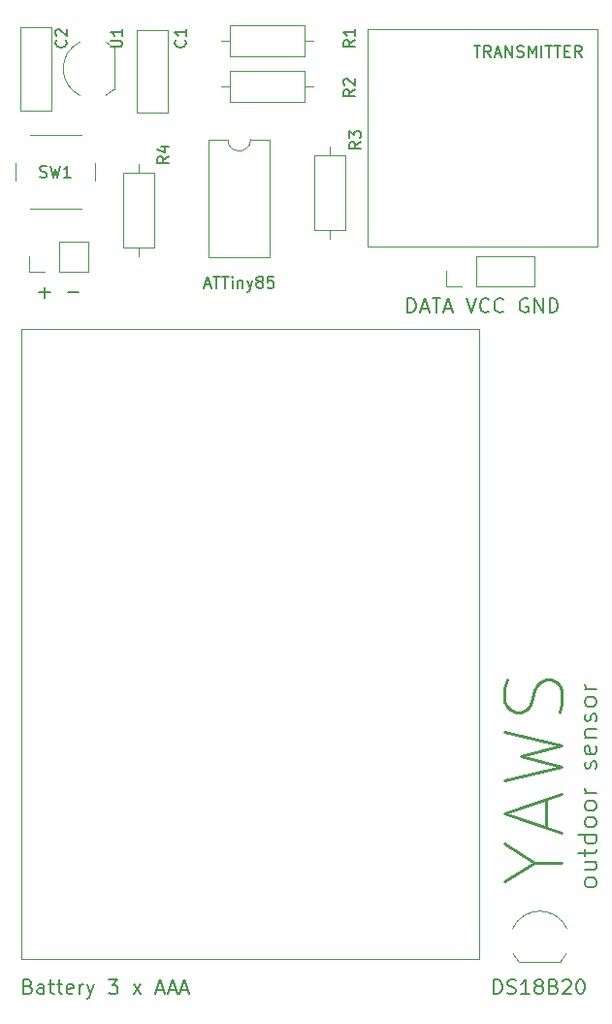
<source format=gto>
G04 #@! TF.GenerationSoftware,KiCad,Pcbnew,(5.1.9-0-10_14)*
G04 #@! TF.CreationDate,2023-01-31T12:43:28+01:00*
G04 #@! TF.ProjectId,outdoor,6f757464-6f6f-4722-9e6b-696361645f70,rev?*
G04 #@! TF.SameCoordinates,Original*
G04 #@! TF.FileFunction,Legend,Top*
G04 #@! TF.FilePolarity,Positive*
%FSLAX46Y46*%
G04 Gerber Fmt 4.6, Leading zero omitted, Abs format (unit mm)*
G04 Created by KiCad (PCBNEW (5.1.9-0-10_14)) date 2023-01-31 12:43:28*
%MOMM*%
%LPD*%
G01*
G04 APERTURE LIST*
%ADD10C,0.150000*%
%ADD11C,0.250000*%
%ADD12C,0.120000*%
G04 APERTURE END LIST*
D10*
X95973809Y-156577238D02*
X95897619Y-156729619D01*
X95821428Y-156805809D01*
X95669047Y-156882000D01*
X95211904Y-156882000D01*
X95059523Y-156805809D01*
X94983333Y-156729619D01*
X94907142Y-156577238D01*
X94907142Y-156348666D01*
X94983333Y-156196285D01*
X95059523Y-156120095D01*
X95211904Y-156043904D01*
X95669047Y-156043904D01*
X95821428Y-156120095D01*
X95897619Y-156196285D01*
X95973809Y-156348666D01*
X95973809Y-156577238D01*
X94907142Y-154672476D02*
X95973809Y-154672476D01*
X94907142Y-155358190D02*
X95745238Y-155358190D01*
X95897619Y-155282000D01*
X95973809Y-155129619D01*
X95973809Y-154901047D01*
X95897619Y-154748666D01*
X95821428Y-154672476D01*
X94907142Y-154139142D02*
X94907142Y-153529619D01*
X94373809Y-153910571D02*
X95745238Y-153910571D01*
X95897619Y-153834380D01*
X95973809Y-153682000D01*
X95973809Y-153529619D01*
X95973809Y-152310571D02*
X94373809Y-152310571D01*
X95897619Y-152310571D02*
X95973809Y-152462952D01*
X95973809Y-152767714D01*
X95897619Y-152920095D01*
X95821428Y-152996285D01*
X95669047Y-153072476D01*
X95211904Y-153072476D01*
X95059523Y-152996285D01*
X94983333Y-152920095D01*
X94907142Y-152767714D01*
X94907142Y-152462952D01*
X94983333Y-152310571D01*
X95973809Y-151320095D02*
X95897619Y-151472476D01*
X95821428Y-151548666D01*
X95669047Y-151624857D01*
X95211904Y-151624857D01*
X95059523Y-151548666D01*
X94983333Y-151472476D01*
X94907142Y-151320095D01*
X94907142Y-151091523D01*
X94983333Y-150939142D01*
X95059523Y-150862952D01*
X95211904Y-150786761D01*
X95669047Y-150786761D01*
X95821428Y-150862952D01*
X95897619Y-150939142D01*
X95973809Y-151091523D01*
X95973809Y-151320095D01*
X95973809Y-149872476D02*
X95897619Y-150024857D01*
X95821428Y-150101047D01*
X95669047Y-150177238D01*
X95211904Y-150177238D01*
X95059523Y-150101047D01*
X94983333Y-150024857D01*
X94907142Y-149872476D01*
X94907142Y-149643904D01*
X94983333Y-149491523D01*
X95059523Y-149415333D01*
X95211904Y-149339142D01*
X95669047Y-149339142D01*
X95821428Y-149415333D01*
X95897619Y-149491523D01*
X95973809Y-149643904D01*
X95973809Y-149872476D01*
X95973809Y-148653428D02*
X94907142Y-148653428D01*
X95211904Y-148653428D02*
X95059523Y-148577238D01*
X94983333Y-148501047D01*
X94907142Y-148348666D01*
X94907142Y-148196285D01*
X95897619Y-146520095D02*
X95973809Y-146367714D01*
X95973809Y-146062952D01*
X95897619Y-145910571D01*
X95745238Y-145834380D01*
X95669047Y-145834380D01*
X95516666Y-145910571D01*
X95440476Y-146062952D01*
X95440476Y-146291523D01*
X95364285Y-146443904D01*
X95211904Y-146520095D01*
X95135714Y-146520095D01*
X94983333Y-146443904D01*
X94907142Y-146291523D01*
X94907142Y-146062952D01*
X94983333Y-145910571D01*
X95897619Y-144539142D02*
X95973809Y-144691523D01*
X95973809Y-144996285D01*
X95897619Y-145148666D01*
X95745238Y-145224857D01*
X95135714Y-145224857D01*
X94983333Y-145148666D01*
X94907142Y-144996285D01*
X94907142Y-144691523D01*
X94983333Y-144539142D01*
X95135714Y-144462952D01*
X95288095Y-144462952D01*
X95440476Y-145224857D01*
X94907142Y-143777238D02*
X95973809Y-143777238D01*
X95059523Y-143777238D02*
X94983333Y-143701047D01*
X94907142Y-143548666D01*
X94907142Y-143320095D01*
X94983333Y-143167714D01*
X95135714Y-143091523D01*
X95973809Y-143091523D01*
X95897619Y-142405809D02*
X95973809Y-142253428D01*
X95973809Y-141948666D01*
X95897619Y-141796285D01*
X95745238Y-141720095D01*
X95669047Y-141720095D01*
X95516666Y-141796285D01*
X95440476Y-141948666D01*
X95440476Y-142177238D01*
X95364285Y-142329619D01*
X95211904Y-142405809D01*
X95135714Y-142405809D01*
X94983333Y-142329619D01*
X94907142Y-142177238D01*
X94907142Y-141948666D01*
X94983333Y-141796285D01*
X95973809Y-140805809D02*
X95897619Y-140958190D01*
X95821428Y-141034380D01*
X95669047Y-141110571D01*
X95211904Y-141110571D01*
X95059523Y-141034380D01*
X94983333Y-140958190D01*
X94907142Y-140805809D01*
X94907142Y-140577238D01*
X94983333Y-140424857D01*
X95059523Y-140348666D01*
X95211904Y-140272476D01*
X95669047Y-140272476D01*
X95821428Y-140348666D01*
X95897619Y-140424857D01*
X95973809Y-140577238D01*
X95973809Y-140805809D01*
X95973809Y-139586761D02*
X94907142Y-139586761D01*
X95211904Y-139586761D02*
X95059523Y-139510571D01*
X94983333Y-139434380D01*
X94907142Y-139282000D01*
X94907142Y-139129619D01*
D11*
X90558952Y-154700952D02*
X92939904Y-154700952D01*
X87939904Y-156367619D02*
X90558952Y-154700952D01*
X87939904Y-153034285D01*
X91511333Y-151605714D02*
X91511333Y-149224761D01*
X92939904Y-152081904D02*
X87939904Y-150415238D01*
X92939904Y-148748571D01*
X87939904Y-147558095D02*
X92939904Y-146367619D01*
X89368476Y-145415238D01*
X92939904Y-144462857D01*
X87939904Y-143272380D01*
X92701809Y-141605714D02*
X92939904Y-140891428D01*
X92939904Y-139700952D01*
X92701809Y-139224761D01*
X92463714Y-138986666D01*
X91987523Y-138748571D01*
X91511333Y-138748571D01*
X91035142Y-138986666D01*
X90797047Y-139224761D01*
X90558952Y-139700952D01*
X90320857Y-140653333D01*
X90082761Y-141129523D01*
X89844666Y-141367619D01*
X89368476Y-141605714D01*
X88892285Y-141605714D01*
X88416095Y-141367619D01*
X88178000Y-141129523D01*
X87939904Y-140653333D01*
X87939904Y-139462857D01*
X88178000Y-138748571D01*
D10*
X87003428Y-166173476D02*
X87003428Y-164923476D01*
X87301047Y-164923476D01*
X87479619Y-164983000D01*
X87598666Y-165102047D01*
X87658190Y-165221095D01*
X87717714Y-165459190D01*
X87717714Y-165637761D01*
X87658190Y-165875857D01*
X87598666Y-165994904D01*
X87479619Y-166113952D01*
X87301047Y-166173476D01*
X87003428Y-166173476D01*
X88193904Y-166113952D02*
X88372476Y-166173476D01*
X88670095Y-166173476D01*
X88789142Y-166113952D01*
X88848666Y-166054428D01*
X88908190Y-165935380D01*
X88908190Y-165816333D01*
X88848666Y-165697285D01*
X88789142Y-165637761D01*
X88670095Y-165578238D01*
X88432000Y-165518714D01*
X88312952Y-165459190D01*
X88253428Y-165399666D01*
X88193904Y-165280619D01*
X88193904Y-165161571D01*
X88253428Y-165042523D01*
X88312952Y-164983000D01*
X88432000Y-164923476D01*
X88729619Y-164923476D01*
X88908190Y-164983000D01*
X90098666Y-166173476D02*
X89384380Y-166173476D01*
X89741523Y-166173476D02*
X89741523Y-164923476D01*
X89622476Y-165102047D01*
X89503428Y-165221095D01*
X89384380Y-165280619D01*
X90812952Y-165459190D02*
X90693904Y-165399666D01*
X90634380Y-165340142D01*
X90574857Y-165221095D01*
X90574857Y-165161571D01*
X90634380Y-165042523D01*
X90693904Y-164983000D01*
X90812952Y-164923476D01*
X91051047Y-164923476D01*
X91170095Y-164983000D01*
X91229619Y-165042523D01*
X91289142Y-165161571D01*
X91289142Y-165221095D01*
X91229619Y-165340142D01*
X91170095Y-165399666D01*
X91051047Y-165459190D01*
X90812952Y-165459190D01*
X90693904Y-165518714D01*
X90634380Y-165578238D01*
X90574857Y-165697285D01*
X90574857Y-165935380D01*
X90634380Y-166054428D01*
X90693904Y-166113952D01*
X90812952Y-166173476D01*
X91051047Y-166173476D01*
X91170095Y-166113952D01*
X91229619Y-166054428D01*
X91289142Y-165935380D01*
X91289142Y-165697285D01*
X91229619Y-165578238D01*
X91170095Y-165518714D01*
X91051047Y-165459190D01*
X92241523Y-165518714D02*
X92420095Y-165578238D01*
X92479619Y-165637761D01*
X92539142Y-165756809D01*
X92539142Y-165935380D01*
X92479619Y-166054428D01*
X92420095Y-166113952D01*
X92301047Y-166173476D01*
X91824857Y-166173476D01*
X91824857Y-164923476D01*
X92241523Y-164923476D01*
X92360571Y-164983000D01*
X92420095Y-165042523D01*
X92479619Y-165161571D01*
X92479619Y-165280619D01*
X92420095Y-165399666D01*
X92360571Y-165459190D01*
X92241523Y-165518714D01*
X91824857Y-165518714D01*
X93015333Y-165042523D02*
X93074857Y-164983000D01*
X93193904Y-164923476D01*
X93491523Y-164923476D01*
X93610571Y-164983000D01*
X93670095Y-165042523D01*
X93729619Y-165161571D01*
X93729619Y-165280619D01*
X93670095Y-165459190D01*
X92955809Y-166173476D01*
X93729619Y-166173476D01*
X94503428Y-164923476D02*
X94622476Y-164923476D01*
X94741523Y-164983000D01*
X94801047Y-165042523D01*
X94860571Y-165161571D01*
X94920095Y-165399666D01*
X94920095Y-165697285D01*
X94860571Y-165935380D01*
X94801047Y-166054428D01*
X94741523Y-166113952D01*
X94622476Y-166173476D01*
X94503428Y-166173476D01*
X94384380Y-166113952D01*
X94324857Y-166054428D01*
X94265333Y-165935380D01*
X94205809Y-165697285D01*
X94205809Y-165399666D01*
X94265333Y-165161571D01*
X94324857Y-165042523D01*
X94384380Y-164983000D01*
X94503428Y-164923476D01*
D12*
X45730000Y-163158000D02*
X45730000Y-153158000D01*
X85730000Y-163158000D02*
X45730000Y-163158000D01*
X85730000Y-153158000D02*
X85730000Y-163158000D01*
X45730000Y-153158000D02*
X45730000Y-108158000D01*
X85730000Y-108158000D02*
X85730000Y-153158000D01*
X45730000Y-108158000D02*
X85730000Y-108158000D01*
D10*
X47295809Y-104991285D02*
X48248190Y-104991285D01*
X47772000Y-105467476D02*
X47772000Y-104515095D01*
X49795809Y-104991285D02*
X50748190Y-104991285D01*
X46359809Y-165518714D02*
X46538380Y-165578238D01*
X46597904Y-165637761D01*
X46657428Y-165756809D01*
X46657428Y-165935380D01*
X46597904Y-166054428D01*
X46538380Y-166113952D01*
X46419333Y-166173476D01*
X45943142Y-166173476D01*
X45943142Y-164923476D01*
X46359809Y-164923476D01*
X46478857Y-164983000D01*
X46538380Y-165042523D01*
X46597904Y-165161571D01*
X46597904Y-165280619D01*
X46538380Y-165399666D01*
X46478857Y-165459190D01*
X46359809Y-165518714D01*
X45943142Y-165518714D01*
X47728857Y-166173476D02*
X47728857Y-165518714D01*
X47669333Y-165399666D01*
X47550285Y-165340142D01*
X47312190Y-165340142D01*
X47193142Y-165399666D01*
X47728857Y-166113952D02*
X47609809Y-166173476D01*
X47312190Y-166173476D01*
X47193142Y-166113952D01*
X47133619Y-165994904D01*
X47133619Y-165875857D01*
X47193142Y-165756809D01*
X47312190Y-165697285D01*
X47609809Y-165697285D01*
X47728857Y-165637761D01*
X48145523Y-165340142D02*
X48621714Y-165340142D01*
X48324095Y-164923476D02*
X48324095Y-165994904D01*
X48383619Y-166113952D01*
X48502666Y-166173476D01*
X48621714Y-166173476D01*
X48859809Y-165340142D02*
X49335999Y-165340142D01*
X49038380Y-164923476D02*
X49038380Y-165994904D01*
X49097904Y-166113952D01*
X49216952Y-166173476D01*
X49335999Y-166173476D01*
X50228857Y-166113952D02*
X50109809Y-166173476D01*
X49871714Y-166173476D01*
X49752666Y-166113952D01*
X49693142Y-165994904D01*
X49693142Y-165518714D01*
X49752666Y-165399666D01*
X49871714Y-165340142D01*
X50109809Y-165340142D01*
X50228857Y-165399666D01*
X50288380Y-165518714D01*
X50288380Y-165637761D01*
X49693142Y-165756809D01*
X50824095Y-166173476D02*
X50824095Y-165340142D01*
X50824095Y-165578238D02*
X50883619Y-165459190D01*
X50943142Y-165399666D01*
X51062190Y-165340142D01*
X51181238Y-165340142D01*
X51478857Y-165340142D02*
X51776476Y-166173476D01*
X52074095Y-165340142D02*
X51776476Y-166173476D01*
X51657428Y-166471095D01*
X51597904Y-166530619D01*
X51478857Y-166590142D01*
X53383619Y-164923476D02*
X54157428Y-164923476D01*
X53740761Y-165399666D01*
X53919333Y-165399666D01*
X54038380Y-165459190D01*
X54097904Y-165518714D01*
X54157428Y-165637761D01*
X54157428Y-165935380D01*
X54097904Y-166054428D01*
X54038380Y-166113952D01*
X53919333Y-166173476D01*
X53562190Y-166173476D01*
X53443142Y-166113952D01*
X53383619Y-166054428D01*
X55526476Y-166173476D02*
X56181238Y-165340142D01*
X55526476Y-165340142D02*
X56181238Y-166173476D01*
X57550285Y-165816333D02*
X58145523Y-165816333D01*
X57431238Y-166173476D02*
X57847904Y-164923476D01*
X58264571Y-166173476D01*
X58621714Y-165816333D02*
X59216952Y-165816333D01*
X58502666Y-166173476D02*
X58919333Y-164923476D01*
X59335999Y-166173476D01*
X59693142Y-165816333D02*
X60288380Y-165816333D01*
X59574095Y-166173476D02*
X59990761Y-164923476D01*
X60407428Y-166173476D01*
X61746190Y-104306666D02*
X62222380Y-104306666D01*
X61650952Y-104592380D02*
X61984285Y-103592380D01*
X62317619Y-104592380D01*
X62508095Y-103592380D02*
X63079523Y-103592380D01*
X62793809Y-104592380D02*
X62793809Y-103592380D01*
X63270000Y-103592380D02*
X63841428Y-103592380D01*
X63555714Y-104592380D02*
X63555714Y-103592380D01*
X64174761Y-104592380D02*
X64174761Y-103925714D01*
X64174761Y-103592380D02*
X64127142Y-103640000D01*
X64174761Y-103687619D01*
X64222380Y-103640000D01*
X64174761Y-103592380D01*
X64174761Y-103687619D01*
X64650952Y-103925714D02*
X64650952Y-104592380D01*
X64650952Y-104020952D02*
X64698571Y-103973333D01*
X64793809Y-103925714D01*
X64936666Y-103925714D01*
X65031904Y-103973333D01*
X65079523Y-104068571D01*
X65079523Y-104592380D01*
X65460476Y-103925714D02*
X65698571Y-104592380D01*
X65936666Y-103925714D02*
X65698571Y-104592380D01*
X65603333Y-104830476D01*
X65555714Y-104878095D01*
X65460476Y-104925714D01*
X66460476Y-104020952D02*
X66365238Y-103973333D01*
X66317619Y-103925714D01*
X66270000Y-103830476D01*
X66270000Y-103782857D01*
X66317619Y-103687619D01*
X66365238Y-103640000D01*
X66460476Y-103592380D01*
X66650952Y-103592380D01*
X66746190Y-103640000D01*
X66793809Y-103687619D01*
X66841428Y-103782857D01*
X66841428Y-103830476D01*
X66793809Y-103925714D01*
X66746190Y-103973333D01*
X66650952Y-104020952D01*
X66460476Y-104020952D01*
X66365238Y-104068571D01*
X66317619Y-104116190D01*
X66270000Y-104211428D01*
X66270000Y-104401904D01*
X66317619Y-104497142D01*
X66365238Y-104544761D01*
X66460476Y-104592380D01*
X66650952Y-104592380D01*
X66746190Y-104544761D01*
X66793809Y-104497142D01*
X66841428Y-104401904D01*
X66841428Y-104211428D01*
X66793809Y-104116190D01*
X66746190Y-104068571D01*
X66650952Y-104020952D01*
X67746190Y-103592380D02*
X67270000Y-103592380D01*
X67222380Y-104068571D01*
X67270000Y-104020952D01*
X67365238Y-103973333D01*
X67603333Y-103973333D01*
X67698571Y-104020952D01*
X67746190Y-104068571D01*
X67793809Y-104163809D01*
X67793809Y-104401904D01*
X67746190Y-104497142D01*
X67698571Y-104544761D01*
X67603333Y-104592380D01*
X67365238Y-104592380D01*
X67270000Y-104544761D01*
X67222380Y-104497142D01*
X85261904Y-83452380D02*
X85833333Y-83452380D01*
X85547619Y-84452380D02*
X85547619Y-83452380D01*
X86738095Y-84452380D02*
X86404761Y-83976190D01*
X86166666Y-84452380D02*
X86166666Y-83452380D01*
X86547619Y-83452380D01*
X86642857Y-83500000D01*
X86690476Y-83547619D01*
X86738095Y-83642857D01*
X86738095Y-83785714D01*
X86690476Y-83880952D01*
X86642857Y-83928571D01*
X86547619Y-83976190D01*
X86166666Y-83976190D01*
X87119047Y-84166666D02*
X87595238Y-84166666D01*
X87023809Y-84452380D02*
X87357142Y-83452380D01*
X87690476Y-84452380D01*
X88023809Y-84452380D02*
X88023809Y-83452380D01*
X88595238Y-84452380D01*
X88595238Y-83452380D01*
X89023809Y-84404761D02*
X89166666Y-84452380D01*
X89404761Y-84452380D01*
X89500000Y-84404761D01*
X89547619Y-84357142D01*
X89595238Y-84261904D01*
X89595238Y-84166666D01*
X89547619Y-84071428D01*
X89500000Y-84023809D01*
X89404761Y-83976190D01*
X89214285Y-83928571D01*
X89119047Y-83880952D01*
X89071428Y-83833333D01*
X89023809Y-83738095D01*
X89023809Y-83642857D01*
X89071428Y-83547619D01*
X89119047Y-83500000D01*
X89214285Y-83452380D01*
X89452380Y-83452380D01*
X89595238Y-83500000D01*
X90023809Y-84452380D02*
X90023809Y-83452380D01*
X90357142Y-84166666D01*
X90690476Y-83452380D01*
X90690476Y-84452380D01*
X91166666Y-84452380D02*
X91166666Y-83452380D01*
X91500000Y-83452380D02*
X92071428Y-83452380D01*
X91785714Y-84452380D02*
X91785714Y-83452380D01*
X92261904Y-83452380D02*
X92833333Y-83452380D01*
X92547619Y-84452380D02*
X92547619Y-83452380D01*
X93166666Y-83928571D02*
X93500000Y-83928571D01*
X93642857Y-84452380D02*
X93166666Y-84452380D01*
X93166666Y-83452380D01*
X93642857Y-83452380D01*
X94642857Y-84452380D02*
X94309523Y-83976190D01*
X94071428Y-84452380D02*
X94071428Y-83452380D01*
X94452380Y-83452380D01*
X94547619Y-83500000D01*
X94595238Y-83547619D01*
X94642857Y-83642857D01*
X94642857Y-83785714D01*
X94595238Y-83880952D01*
X94547619Y-83928571D01*
X94452380Y-83976190D01*
X94071428Y-83976190D01*
X79482142Y-106737476D02*
X79482142Y-105487476D01*
X79779761Y-105487476D01*
X79958333Y-105547000D01*
X80077380Y-105666047D01*
X80136904Y-105785095D01*
X80196428Y-106023190D01*
X80196428Y-106201761D01*
X80136904Y-106439857D01*
X80077380Y-106558904D01*
X79958333Y-106677952D01*
X79779761Y-106737476D01*
X79482142Y-106737476D01*
X80672619Y-106380333D02*
X81267857Y-106380333D01*
X80553571Y-106737476D02*
X80970238Y-105487476D01*
X81386904Y-106737476D01*
X81625000Y-105487476D02*
X82339285Y-105487476D01*
X81982142Y-106737476D02*
X81982142Y-105487476D01*
X82696428Y-106380333D02*
X83291666Y-106380333D01*
X82577380Y-106737476D02*
X82994047Y-105487476D01*
X83410714Y-106737476D01*
X84601190Y-105487476D02*
X85017857Y-106737476D01*
X85434523Y-105487476D01*
X86565476Y-106618428D02*
X86505952Y-106677952D01*
X86327380Y-106737476D01*
X86208333Y-106737476D01*
X86029761Y-106677952D01*
X85910714Y-106558904D01*
X85851190Y-106439857D01*
X85791666Y-106201761D01*
X85791666Y-106023190D01*
X85851190Y-105785095D01*
X85910714Y-105666047D01*
X86029761Y-105547000D01*
X86208333Y-105487476D01*
X86327380Y-105487476D01*
X86505952Y-105547000D01*
X86565476Y-105606523D01*
X87815476Y-106618428D02*
X87755952Y-106677952D01*
X87577380Y-106737476D01*
X87458333Y-106737476D01*
X87279761Y-106677952D01*
X87160714Y-106558904D01*
X87101190Y-106439857D01*
X87041666Y-106201761D01*
X87041666Y-106023190D01*
X87101190Y-105785095D01*
X87160714Y-105666047D01*
X87279761Y-105547000D01*
X87458333Y-105487476D01*
X87577380Y-105487476D01*
X87755952Y-105547000D01*
X87815476Y-105606523D01*
X89958333Y-105547000D02*
X89839285Y-105487476D01*
X89660714Y-105487476D01*
X89482142Y-105547000D01*
X89363095Y-105666047D01*
X89303571Y-105785095D01*
X89244047Y-106023190D01*
X89244047Y-106201761D01*
X89303571Y-106439857D01*
X89363095Y-106558904D01*
X89482142Y-106677952D01*
X89660714Y-106737476D01*
X89779761Y-106737476D01*
X89958333Y-106677952D01*
X90017857Y-106618428D01*
X90017857Y-106201761D01*
X89779761Y-106201761D01*
X90553571Y-106737476D02*
X90553571Y-105487476D01*
X91267857Y-106737476D01*
X91267857Y-105487476D01*
X91863095Y-106737476D02*
X91863095Y-105487476D01*
X92160714Y-105487476D01*
X92339285Y-105547000D01*
X92458333Y-105666047D01*
X92517857Y-105785095D01*
X92577380Y-106023190D01*
X92577380Y-106201761D01*
X92517857Y-106439857D01*
X92458333Y-106558904D01*
X92339285Y-106677952D01*
X92160714Y-106737476D01*
X91863095Y-106737476D01*
D12*
X76000000Y-101000000D02*
X76000000Y-82000000D01*
X96000000Y-101000000D02*
X76000000Y-101000000D01*
X96000000Y-82000000D02*
X96000000Y-101000000D01*
X76000000Y-82000000D02*
X96000000Y-82000000D01*
X63770000Y-91634000D02*
X62120000Y-91634000D01*
X62120000Y-91634000D02*
X62120000Y-101914000D01*
X62120000Y-101914000D02*
X67420000Y-101914000D01*
X67420000Y-101914000D02*
X67420000Y-91634000D01*
X67420000Y-91634000D02*
X65770000Y-91634000D01*
X65770000Y-91634000D02*
G75*
G02*
X63770000Y-91634000I-1000000J0D01*
G01*
X89200000Y-163394000D02*
X92800000Y-163394000D01*
X93324184Y-162666795D02*
G75*
G02*
X92800000Y-163394000I-2324184J1122795D01*
G01*
X93356400Y-160445193D02*
G75*
G03*
X91000000Y-158944000I-2356400J-1098807D01*
G01*
X88643600Y-160445193D02*
G75*
G02*
X91000000Y-158944000I2356400J-1098807D01*
G01*
X88675816Y-162666795D02*
G75*
G03*
X89200000Y-163394000I2324184J1122795D01*
G01*
X72644000Y-100306000D02*
X72644000Y-99536000D01*
X72644000Y-92226000D02*
X72644000Y-92996000D01*
X74014000Y-99536000D02*
X74014000Y-92996000D01*
X71274000Y-99536000D02*
X74014000Y-99536000D01*
X71274000Y-92996000D02*
X71274000Y-99536000D01*
X74014000Y-92996000D02*
X71274000Y-92996000D01*
X53850000Y-87260000D02*
X53850000Y-83660000D01*
X53122795Y-83135816D02*
G75*
G02*
X53850000Y-83660000I-1122795J-2324184D01*
G01*
X50901193Y-83103600D02*
G75*
G03*
X49400000Y-85460000I1098807J-2356400D01*
G01*
X50901193Y-87816400D02*
G75*
G02*
X49400000Y-85460000I1098807J2356400D01*
G01*
X53122795Y-87784184D02*
G75*
G03*
X53850000Y-87260000I-1122795J2324184D01*
G01*
X52216000Y-95202000D02*
X52216000Y-93702000D01*
X50966000Y-91202000D02*
X46466000Y-91202000D01*
X45216000Y-93702000D02*
X45216000Y-95202000D01*
X46466000Y-97702000D02*
X50966000Y-97702000D01*
X57370000Y-94520000D02*
X54630000Y-94520000D01*
X54630000Y-94520000D02*
X54630000Y-101060000D01*
X54630000Y-101060000D02*
X57370000Y-101060000D01*
X57370000Y-101060000D02*
X57370000Y-94520000D01*
X56000000Y-93750000D02*
X56000000Y-94520000D01*
X56000000Y-101830000D02*
X56000000Y-101060000D01*
X48360000Y-81880000D02*
X48360000Y-89120000D01*
X45620000Y-81880000D02*
X45620000Y-89120000D01*
X48360000Y-81880000D02*
X45620000Y-81880000D01*
X48360000Y-89120000D02*
X45620000Y-89120000D01*
X58520000Y-82065000D02*
X58520000Y-89305000D01*
X55780000Y-82065000D02*
X55780000Y-89305000D01*
X58520000Y-82065000D02*
X55780000Y-82065000D01*
X58520000Y-89305000D02*
X55780000Y-89305000D01*
X51622000Y-103184000D02*
X51622000Y-100524000D01*
X49022000Y-103184000D02*
X51622000Y-103184000D01*
X49022000Y-100524000D02*
X51622000Y-100524000D01*
X49022000Y-103184000D02*
X49022000Y-100524000D01*
X47752000Y-103184000D02*
X46422000Y-103184000D01*
X46422000Y-103184000D02*
X46422000Y-101854000D01*
X90565000Y-104454000D02*
X90565000Y-101794000D01*
X85425000Y-104454000D02*
X90565000Y-104454000D01*
X85425000Y-101794000D02*
X90565000Y-101794000D01*
X85425000Y-104454000D02*
X85425000Y-101794000D01*
X84155000Y-104454000D02*
X82825000Y-104454000D01*
X82825000Y-104454000D02*
X82825000Y-103124000D01*
X63175000Y-87000000D02*
X63945000Y-87000000D01*
X71255000Y-87000000D02*
X70485000Y-87000000D01*
X63945000Y-88370000D02*
X70485000Y-88370000D01*
X63945000Y-85630000D02*
X63945000Y-88370000D01*
X70485000Y-85630000D02*
X63945000Y-85630000D01*
X70485000Y-88370000D02*
X70485000Y-85630000D01*
X63945000Y-81630000D02*
X63945000Y-84370000D01*
X63945000Y-84370000D02*
X70485000Y-84370000D01*
X70485000Y-84370000D02*
X70485000Y-81630000D01*
X70485000Y-81630000D02*
X63945000Y-81630000D01*
X63175000Y-83000000D02*
X63945000Y-83000000D01*
X71255000Y-83000000D02*
X70485000Y-83000000D01*
D10*
X75382380Y-91860666D02*
X74906190Y-92194000D01*
X75382380Y-92432095D02*
X74382380Y-92432095D01*
X74382380Y-92051142D01*
X74430000Y-91955904D01*
X74477619Y-91908285D01*
X74572857Y-91860666D01*
X74715714Y-91860666D01*
X74810952Y-91908285D01*
X74858571Y-91955904D01*
X74906190Y-92051142D01*
X74906190Y-92432095D01*
X74382380Y-91527333D02*
X74382380Y-90908285D01*
X74763333Y-91241619D01*
X74763333Y-91098761D01*
X74810952Y-91003523D01*
X74858571Y-90955904D01*
X74953809Y-90908285D01*
X75191904Y-90908285D01*
X75287142Y-90955904D01*
X75334761Y-91003523D01*
X75382380Y-91098761D01*
X75382380Y-91384476D01*
X75334761Y-91479714D01*
X75287142Y-91527333D01*
X53554380Y-83565904D02*
X54363904Y-83565904D01*
X54459142Y-83518285D01*
X54506761Y-83470666D01*
X54554380Y-83375428D01*
X54554380Y-83184952D01*
X54506761Y-83089714D01*
X54459142Y-83042095D01*
X54363904Y-82994476D01*
X53554380Y-82994476D01*
X54554380Y-81994476D02*
X54554380Y-82565904D01*
X54554380Y-82280190D02*
X53554380Y-82280190D01*
X53697238Y-82375428D01*
X53792476Y-82470666D01*
X53840095Y-82565904D01*
X47382666Y-94892761D02*
X47525523Y-94940380D01*
X47763619Y-94940380D01*
X47858857Y-94892761D01*
X47906476Y-94845142D01*
X47954095Y-94749904D01*
X47954095Y-94654666D01*
X47906476Y-94559428D01*
X47858857Y-94511809D01*
X47763619Y-94464190D01*
X47573142Y-94416571D01*
X47477904Y-94368952D01*
X47430285Y-94321333D01*
X47382666Y-94226095D01*
X47382666Y-94130857D01*
X47430285Y-94035619D01*
X47477904Y-93988000D01*
X47573142Y-93940380D01*
X47811238Y-93940380D01*
X47954095Y-93988000D01*
X48287428Y-93940380D02*
X48525523Y-94940380D01*
X48716000Y-94226095D01*
X48906476Y-94940380D01*
X49144571Y-93940380D01*
X50049333Y-94940380D02*
X49477904Y-94940380D01*
X49763619Y-94940380D02*
X49763619Y-93940380D01*
X49668380Y-94083238D01*
X49573142Y-94178476D01*
X49477904Y-94226095D01*
X58618380Y-93130666D02*
X58142190Y-93464000D01*
X58618380Y-93702095D02*
X57618380Y-93702095D01*
X57618380Y-93321142D01*
X57666000Y-93225904D01*
X57713619Y-93178285D01*
X57808857Y-93130666D01*
X57951714Y-93130666D01*
X58046952Y-93178285D01*
X58094571Y-93225904D01*
X58142190Y-93321142D01*
X58142190Y-93702095D01*
X57951714Y-92273523D02*
X58618380Y-92273523D01*
X57570761Y-92511619D02*
X58285047Y-92749714D01*
X58285047Y-92130666D01*
X49633142Y-82970666D02*
X49680761Y-83018285D01*
X49728380Y-83161142D01*
X49728380Y-83256380D01*
X49680761Y-83399238D01*
X49585523Y-83494476D01*
X49490285Y-83542095D01*
X49299809Y-83589714D01*
X49156952Y-83589714D01*
X48966476Y-83542095D01*
X48871238Y-83494476D01*
X48776000Y-83399238D01*
X48728380Y-83256380D01*
X48728380Y-83161142D01*
X48776000Y-83018285D01*
X48823619Y-82970666D01*
X48823619Y-82589714D02*
X48776000Y-82542095D01*
X48728380Y-82446857D01*
X48728380Y-82208761D01*
X48776000Y-82113523D01*
X48823619Y-82065904D01*
X48918857Y-82018285D01*
X49014095Y-82018285D01*
X49156952Y-82065904D01*
X49728380Y-82637333D01*
X49728380Y-82018285D01*
X60047142Y-82970666D02*
X60094761Y-83018285D01*
X60142380Y-83161142D01*
X60142380Y-83256380D01*
X60094761Y-83399238D01*
X59999523Y-83494476D01*
X59904285Y-83542095D01*
X59713809Y-83589714D01*
X59570952Y-83589714D01*
X59380476Y-83542095D01*
X59285238Y-83494476D01*
X59190000Y-83399238D01*
X59142380Y-83256380D01*
X59142380Y-83161142D01*
X59190000Y-83018285D01*
X59237619Y-82970666D01*
X60142380Y-82018285D02*
X60142380Y-82589714D01*
X60142380Y-82304000D02*
X59142380Y-82304000D01*
X59285238Y-82399238D01*
X59380476Y-82494476D01*
X59428095Y-82589714D01*
X74874380Y-87288666D02*
X74398190Y-87622000D01*
X74874380Y-87860095D02*
X73874380Y-87860095D01*
X73874380Y-87479142D01*
X73922000Y-87383904D01*
X73969619Y-87336285D01*
X74064857Y-87288666D01*
X74207714Y-87288666D01*
X74302952Y-87336285D01*
X74350571Y-87383904D01*
X74398190Y-87479142D01*
X74398190Y-87860095D01*
X73969619Y-86907714D02*
X73922000Y-86860095D01*
X73874380Y-86764857D01*
X73874380Y-86526761D01*
X73922000Y-86431523D01*
X73969619Y-86383904D01*
X74064857Y-86336285D01*
X74160095Y-86336285D01*
X74302952Y-86383904D01*
X74874380Y-86955333D01*
X74874380Y-86336285D01*
X74874380Y-82970666D02*
X74398190Y-83304000D01*
X74874380Y-83542095D02*
X73874380Y-83542095D01*
X73874380Y-83161142D01*
X73922000Y-83065904D01*
X73969619Y-83018285D01*
X74064857Y-82970666D01*
X74207714Y-82970666D01*
X74302952Y-83018285D01*
X74350571Y-83065904D01*
X74398190Y-83161142D01*
X74398190Y-83542095D01*
X74874380Y-82018285D02*
X74874380Y-82589714D01*
X74874380Y-82304000D02*
X73874380Y-82304000D01*
X74017238Y-82399238D01*
X74112476Y-82494476D01*
X74160095Y-82589714D01*
M02*

</source>
